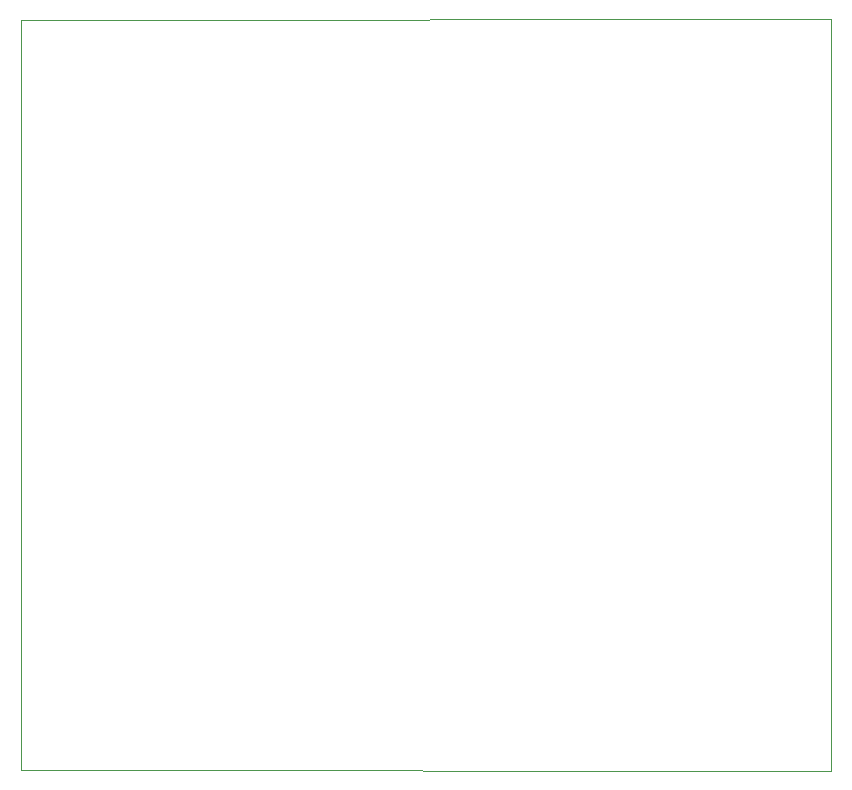
<source format=gbr>
G04 #@! TF.GenerationSoftware,KiCad,Pcbnew,(5.1.5)-3*
G04 #@! TF.CreationDate,2020-06-05T21:21:33+02:00*
G04 #@! TF.ProjectId,ElectronicLoad,456c6563-7472-46f6-9e69-634c6f61642e,rev?*
G04 #@! TF.SameCoordinates,Original*
G04 #@! TF.FileFunction,Profile,NP*
%FSLAX46Y46*%
G04 Gerber Fmt 4.6, Leading zero omitted, Abs format (unit mm)*
G04 Created by KiCad (PCBNEW (5.1.5)-3) date 2020-06-05 21:21:33*
%MOMM*%
%LPD*%
G04 APERTURE LIST*
%ADD10C,0.050000*%
G04 APERTURE END LIST*
D10*
X93954600Y-132054600D02*
X93980000Y-68580000D01*
X162534600Y-132156200D02*
X93954600Y-132054600D01*
X162610800Y-68478400D02*
X162534600Y-132156200D01*
X93980000Y-68580000D02*
X162610800Y-68478400D01*
M02*

</source>
